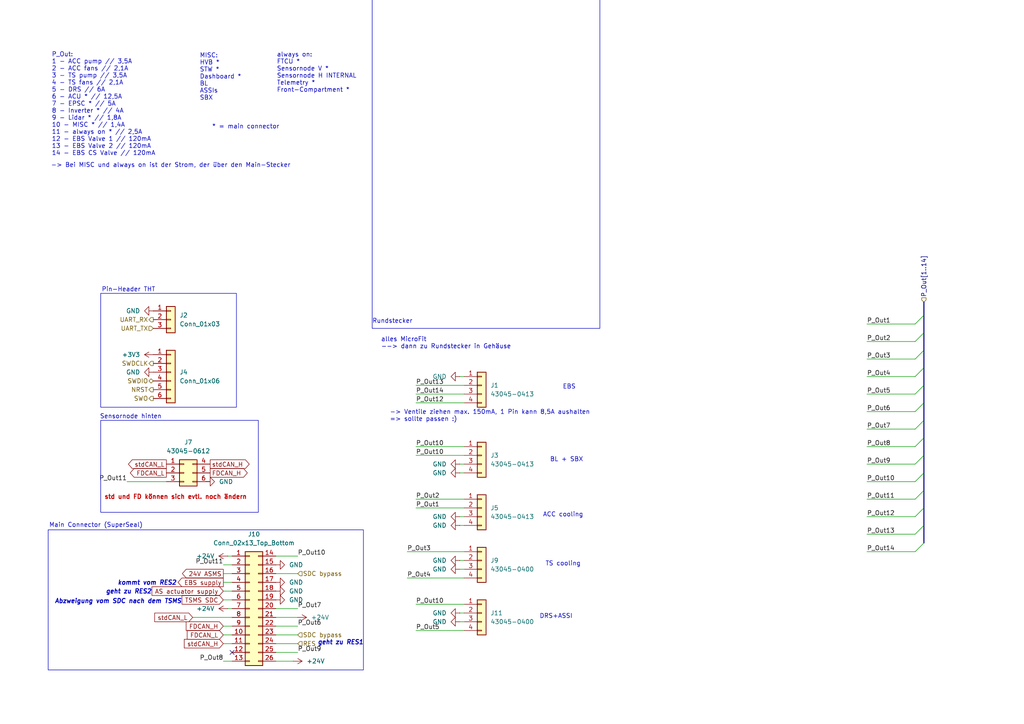
<source format=kicad_sch>
(kicad_sch (version 20231120) (generator "eeschema") (generator_version "8.0")
  (paper "A4")
  (title_block (title "PDU FT25") (date "2025-01-06") (rev "V1.1") (company "Janek Herm") (comment 1 "FaSTTUBe Electronics"))
  (lib_symbols
    (symbol "Connector_Generic:Conn_01x03" (pin_names (offset 1.016) hide)
      (property "Reference" "J" (at 0 5.08 0))
      (property "Value" "Conn_01x03" (at 0 -5.08 0))
      (symbol "Conn_01x03_1_1"
        (rectangle (start -1.27 -2.413) (end 0 -2.667) (stroke (width 0.1524)))
        (rectangle (start -1.27 0.127) (end 0 -0.127) (stroke (width 0.1524)))
        (rectangle (start -1.27 2.667) (end 0 2.413) (stroke (width 0.1524)))
        (rectangle (start -1.27 3.81) (end 1.27 -3.81) (stroke (width 0.254)) (fill (type background)))
        (pin passive line (at -5.08 2.54 0) (length 3.81) (name "Pin_1") (number "1"))
        (pin passive line (at -5.08 0 0) (length 3.81) (name "Pin_2") (number "2"))
        (pin passive line (at -5.08 -2.54 0) (length 3.81) (name "Pin_3") (number "3"))
      )
    )
    (symbol "Connector_Generic:Conn_01x04" (pin_names (offset 1.016) hide)
      (property "Reference" "J" (at 0 5.08 0))
      (property "Value" "Conn_01x04" (at 0 -7.62 0))
      (symbol "Conn_01x04_1_1"
        (rectangle (start -1.27 -4.953) (end 0 -5.207) (stroke (width 0.1524)))
        (rectangle (start -1.27 -2.413) (end 0 -2.667) (stroke (width 0.1524)))
        (rectangle (start -1.27 0.127) (end 0 -0.127) (stroke (width 0.1524)))
        (rectangle (start -1.27 2.667) (end 0 2.413) (stroke (width 0.1524)))
        (rectangle (start -1.27 3.81) (end 1.27 -6.35) (stroke (width 0.254)) (fill (type background)))
        (pin passive line (at -5.08 2.54 0) (length 3.81) (name "Pin_1") (number "1"))
        (pin passive line (at -5.08 0 0) (length 3.81) (name "Pin_2") (number "2"))
        (pin passive line (at -5.08 -2.54 0) (length 3.81) (name "Pin_3") (number "3"))
        (pin passive line (at -5.08 -5.08 0) (length 3.81) (name "Pin_4") (number "4"))
      )
    )
    (symbol "Connector_Generic:Conn_01x06" (pin_names (offset 1.016) hide)
      (property "Reference" "J" (at 0 7.62 0))
      (property "Value" "Conn_01x06" (at 0 -10.16 0))
      (symbol "Conn_01x06_1_1"
        (rectangle (start -1.27 -7.493) (end 0 -7.747) (stroke (width 0.1524)))
        (rectangle (start -1.27 -4.953) (end 0 -5.207) (stroke (width 0.1524)))
        (rectangle (start -1.27 -2.413) (end 0 -2.667) (stroke (width 0.1524)))
        (rectangle (start -1.27 0.127) (end 0 -0.127) (stroke (width 0.1524)))
        (rectangle (start -1.27 2.667) (end 0 2.413) (stroke (width 0.1524)))
        (rectangle (start -1.27 5.207) (end 0 4.953) (stroke (width 0.1524)))
        (rectangle (start -1.27 6.35) (end 1.27 -8.89) (stroke (width 0.254)) (fill (type background)))
        (pin passive line (at -5.08 5.08 0) (length 3.81) (name "Pin_1") (number "1"))
        (pin passive line (at -5.08 2.54 0) (length 3.81) (name "Pin_2") (number "2"))
        (pin passive line (at -5.08 0 0) (length 3.81) (name "Pin_3") (number "3"))
        (pin passive line (at -5.08 -2.54 0) (length 3.81) (name "Pin_4") (number "4"))
        (pin passive line (at -5.08 -5.08 0) (length 3.81) (name "Pin_5") (number "5"))
        (pin passive line (at -5.08 -7.62 0) (length 3.81) (name "Pin_6") (number "6"))
      )
    )
    (symbol "Connector_Generic:Conn_02x03_Top_Bottom" (pin_names (offset 1.016) hide)
      (property "Reference" "J" (at 1.27 5.08 0))
      (property "Value" "Conn_02x03_Top_Bottom" (at 1.27 -5.08 0))
      (symbol "Conn_02x03_Top_Bottom_1_1"
        (rectangle (start -1.27 -2.413) (end 0 -2.667) (stroke (width 0.1524)))
        (rectangle (start -1.27 0.127) (end 0 -0.127) (stroke (width 0.1524)))
        (rectangle (start -1.27 2.667) (end 0 2.413) (stroke (width 0.1524)))
        (rectangle (start -1.27 3.81) (end 3.81 -3.81) (stroke (width 0.254)) (fill (type background)))
        (rectangle (start 3.81 -2.413) (end 2.54 -2.667) (stroke (width 0.1524)))
        (rectangle (start 3.81 0.127) (end 2.54 -0.127) (stroke (width 0.1524)))
        (rectangle (start 3.81 2.667) (end 2.54 2.413) (stroke (width 0.1524)))
        (pin passive line (at -5.08 2.54 0) (length 3.81) (name "Pin_1") (number "1"))
        (pin passive line (at -5.08 0 0) (length 3.81) (name "Pin_2") (number "2"))
        (pin passive line (at -5.08 -2.54 0) (length 3.81) (name "Pin_3") (number "3"))
        (pin passive line (at 7.62 2.54 180) (length 3.81) (name "Pin_4") (number "4"))
        (pin passive line (at 7.62 0 180) (length 3.81) (name "Pin_5") (number "5"))
        (pin passive line (at 7.62 -2.54 180) (length 3.81) (name "Pin_6") (number "6"))
      )
    )
    (symbol "Connector_Generic:Conn_02x13_Top_Bottom" (pin_names (offset 1.016) hide)
      (property "Reference" "J" (at 1.27 17.78 0))
      (property "Value" "Conn_02x13_Top_Bottom" (at 1.27 -17.78 0))
      (symbol "Conn_02x13_Top_Bottom_1_1"
        (rectangle (start -1.27 -15.113) (end 0 -15.367) (stroke (width 0.1524)))
        (rectangle (start -1.27 -12.573) (end 0 -12.827) (stroke (width 0.1524)))
        (rectangle (start -1.27 -10.033) (end 0 -10.287) (stroke (width 0.1524)))
        (rectangle (start -1.27 -7.493) (end 0 -7.747) (stroke (width 0.1524)))
        (rectangle (start -1.27 -4.953) (end 0 -5.207) (stroke (width 0.1524)))
        (rectangle (start -1.27 -2.413) (end 0 -2.667) (stroke (width 0.1524)))
        (rectangle (start -1.27 0.127) (end 0 -0.127) (stroke (width 0.1524)))
        (rectangle (start -1.27 2.667) (end 0 2.413) (stroke (width 0.1524)))
        (rectangle (start -1.27 5.207) (end 0 4.953) (stroke (width 0.1524)))
        (rectangle (start -1.27 7.747) (end 0 7.493) (stroke (width 0.1524)))
        (rectangle (start -1.27 10.287) (end 0 10.033) (stroke (width 0.1524)))
        (rectangle (start -1.27 12.827) (end 0 12.573) (stroke (width 0.1524)))
        (rectangle (start -1.27 15.367) (end 0 15.113) (stroke (width 0.1524)))
        (rectangle (start -1.27 16.51) (end 3.81 -16.51) (stroke (width 0.254)) (fill (type background)))
        (rectangle (start 3.81 -15.113) (end 2.54 -15.367) (stroke (width 0.1524)))
        (rectangle (start 3.81 -12.573) (end 2.54 -12.827) (stroke (width 0.1524)))
        (rectangle (start 3.81 -10.033) (end 2.54 -10.287) (stroke (width 0.1524)))
        (rectangle (start 3.81 -7.493) (end 2.54 -7.747) (stroke (width 0.1524)))
        (rectangle (start 3.81 -4.953) (end 2.54 -5.207) (stroke (width 0.1524)))
        (rectangle (start 3.81 -2.413) (end 2.54 -2.667) (stroke (width 0.1524)))
        (rectangle (start 3.81 0.127) (end 2.54 -0.127) (stroke (width 0.1524)))
        (rectangle (start 3.81 2.667) (end 2.54 2.413) (stroke (width 0.1524)))
        (rectangle (start 3.81 5.207) (end 2.54 4.953) (stroke (width 0.1524)))
        (rectangle (start 3.81 7.747) (end 2.54 7.493) (stroke (width 0.1524)))
        (rectangle (start 3.81 10.287) (end 2.54 10.033) (stroke (width 0.1524)))
        (rectangle (start 3.81 12.827) (end 2.54 12.573) (stroke (width 0.1524)))
        (rectangle (start 3.81 15.367) (end 2.54 15.113) (stroke (width 0.1524)))
        (pin passive line (at -5.08 15.24 0) (length 3.81) (name "Pin_1") (number "1"))
        (pin passive line (at -5.08 -7.62 0) (length 3.81) (name "Pin_10") (number "10"))
        (pin passive line (at -5.08 -10.16 0) (length 3.81) (name "Pin_11") (number "11"))
        (pin passive line (at -5.08 -12.7 0) (length 3.81) (name "Pin_12") (number "12"))
        (pin passive line (at -5.08 -15.24 0) (length 3.81) (name "Pin_13") (number "13"))
        (pin passive line (at 7.62 15.24 180) (length 3.81) (name "Pin_14") (number "14"))
        (pin passive line (at 7.62 12.7 180) (length 3.81) (name "Pin_15") (number "15"))
        (pin passive line (at 7.62 10.16 180) (length 3.81) (name "Pin_16") (number "16"))
        (pin passive line (at 7.62 7.62 180) (length 3.81) (name "Pin_17") (number "17"))
        (pin passive line (at 7.62 5.08 180) (length 3.81) (name "Pin_18") (number "18"))
        (pin passive line (at 7.62 2.54 180) (length 3.81) (name "Pin_19") (number "19"))
        (pin passive line (at -5.08 12.7 0) (length 3.81) (name "Pin_2") (number "2"))
        (pin passive line (at 7.62 0 180) (length 3.81) (name "Pin_20") (number "20"))
        (pin passive line (at 7.62 -2.54 180) (length 3.81) (name "Pin_21") (number "21"))
        (pin passive line (at 7.62 -5.08 180) (length 3.81) (name "Pin_22") (number "22"))
        (pin passive line (at 7.62 -7.62 180) (length 3.81) (name "Pin_23") (number "23"))
        (pin passive line (at 7.62 -10.16 180) (length 3.81) (name "Pin_24") (number "24"))
        (pin passive line (at 7.62 -12.7 180) (length 3.81) (name "Pin_25") (number "25"))
        (pin passive line (at 7.62 -15.24 180) (length 3.81) (name "Pin_26") (number "26"))
        (pin passive line (at -5.08 10.16 0) (length 3.81) (name "Pin_3") (number "3"))
        (pin passive line (at -5.08 7.62 0) (length 3.81) (name "Pin_4") (number "4"))
        (pin passive line (at -5.08 5.08 0) (length 3.81) (name "Pin_5") (number "5"))
        (pin passive line (at -5.08 2.54 0) (length 3.81) (name "Pin_6") (number "6"))
        (pin passive line (at -5.08 0 0) (length 3.81) (name "Pin_7") (number "7"))
        (pin passive line (at -5.08 -2.54 0) (length 3.81) (name "Pin_8") (number "8"))
        (pin passive line (at -5.08 -5.08 0) (length 3.81) (name "Pin_9") (number "9"))
      )
    )
    (symbol "power:+24V" (power) (pin_numbers hide) (pin_names (offset 0) hide)
      (property "Value" "+24V" (at 0 3.556 0))
      (symbol "+24V_0_1"
        (polyline (pts (xy -0.762 1.27) (xy 0 2.54)))
        (polyline (pts (xy 0 0) (xy 0 2.54)))
        (polyline (pts (xy 0 2.54) (xy 0.762 1.27)))
      )
      (symbol "+24V_1_1"
        (pin power_in line (at 0 0 90) (length 0) (name "~") (number "1"))
      )
    )
    (symbol "power:+3.3V" (power) (pin_numbers hide) (pin_names (offset 0) hide)
      (property "Value" "+3.3V" (at 0 3.556 0))
      (symbol "+3.3V_0_1"
        (polyline (pts (xy -0.762 1.27) (xy 0 2.54)))
        (polyline (pts (xy 0 0) (xy 0 2.54)))
        (polyline (pts (xy 0 2.54) (xy 0.762 1.27)))
      )
      (symbol "+3.3V_1_1"
        (pin power_in line (at 0 0 90) (length 0) (name "~") (number "1"))
      )
    )
    (symbol "power:GND" (power) (pin_numbers hide) (pin_names (offset 0) hide)
      (property "Value" "GND" (at 0 -3.81 0))
      (symbol "GND_0_1"
        (polyline (pts (xy 0 0) (xy 0 -1.27) (xy 1.27 -1.27) (xy 0 -2.54) (xy -1.27 -1.27) (xy 0 -1.27)))
      )
      (symbol "GND_1_1"
        (pin power_in line (at 0 0 270) (length 0) (name "~") (number "1"))
      )
    )
  )
  (no_connect (at 67.31 189.23))
  (bus_entry (at 265.43 109.22) (size 2.54 -2.54))
  (bus_entry (at 265.43 99.06) (size 2.54 -2.54))
  (bus_entry (at 265.43 160.02) (size 2.54 -2.54))
  (bus_entry (at 265.43 129.54) (size 2.54 -2.54))
  (bus_entry (at 265.43 134.62) (size 2.54 -2.54))
  (bus_entry (at 265.43 119.38) (size 2.54 -2.54))
  (bus_entry (at 265.43 93.98) (size 2.54 -2.54))
  (bus_entry (at 265.43 114.3) (size 2.54 -2.54))
  (bus_entry (at 265.43 139.7) (size 2.54 -2.54))
  (bus_entry (at 265.43 149.86) (size 2.54 -2.54))
  (bus_entry (at 265.43 104.14) (size 2.54 -2.54))
  (bus_entry (at 265.43 144.78) (size 2.54 -2.54))
  (bus_entry (at 265.43 154.94) (size 2.54 -2.54))
  (bus_entry (at 265.43 124.46) (size 2.54 -2.54))
  (wire (pts (xy 251.46 149.86) (xy 265.43 149.86)))
  (wire (pts (xy 80.01 161.29) (xy 86.36 161.29)))
  (wire (pts (xy 120.65 144.78) (xy 134.62 144.78)))
  (bus (pts (xy 267.97 142.24) (xy 267.97 147.32)))
  (bus (pts (xy 267.97 121.92) (xy 267.97 127)))
  (wire (pts (xy 120.65 111.76) (xy 134.62 111.76)))
  (wire (pts (xy 251.46 154.94) (xy 265.43 154.94)))
  (wire (pts (xy 85.09 191.77) (xy 80.01 191.77)))
  (wire (pts (xy 64.77 173.99) (xy 67.31 173.99)))
  (wire (pts (xy 120.65 114.3) (xy 134.62 114.3)))
  (bus (pts (xy 267.97 127) (xy 267.97 132.08)))
  (wire (pts (xy 118.11 167.64) (xy 134.62 167.64)))
  (wire (pts (xy 251.46 134.62) (xy 265.43 134.62)))
  (wire (pts (xy 55.88 179.07) (xy 67.31 179.07)))
  (wire (pts (xy 67.31 171.45) (xy 64.77 171.45)))
  (wire (pts (xy 251.46 160.02) (xy 265.43 160.02)))
  (bus (pts (xy 267.97 147.32) (xy 267.97 152.4)))
  (wire (pts (xy 67.31 163.83) (xy 64.77 163.83)))
  (wire (pts (xy 251.46 129.54) (xy 265.43 129.54)))
  (bus (pts (xy 267.97 116.84) (xy 267.97 121.92)))
  (wire (pts (xy 251.46 139.7) (xy 265.43 139.7)))
  (wire (pts (xy 251.46 119.38) (xy 265.43 119.38)))
  (wire (pts (xy 251.46 114.3) (xy 265.43 114.3)))
  (wire (pts (xy 133.35 165.1) (xy 134.62 165.1)))
  (wire (pts (xy 86.36 179.07) (xy 80.01 179.07)))
  (bus (pts (xy 267.97 101.6) (xy 267.97 106.68)))
  (wire (pts (xy 251.46 99.06) (xy 265.43 99.06)))
  (wire (pts (xy 251.46 124.46) (xy 265.43 124.46)))
  (bus (pts (xy 267.97 137.16) (xy 267.97 142.24)))
  (bus (pts (xy 267.97 111.76) (xy 267.97 116.84)))
  (wire (pts (xy 133.35 134.62) (xy 134.62 134.62)))
  (wire (pts (xy 80.01 184.15) (xy 86.36 184.15)))
  (wire (pts (xy 133.35 162.56) (xy 134.62 162.56)))
  (wire (pts (xy 120.65 147.32) (xy 134.62 147.32)))
  (wire (pts (xy 251.46 109.22) (xy 265.43 109.22)))
  (wire (pts (xy 120.65 175.26) (xy 134.62 175.26)))
  (wire (pts (xy 66.04 176.53) (xy 67.31 176.53)))
  (wire (pts (xy 67.31 191.77) (xy 64.77 191.77)))
  (wire (pts (xy 64.77 168.91) (xy 67.31 168.91)))
  (bus (pts (xy 267.97 87.63) (xy 267.97 91.44)))
  (bus (pts (xy 267.97 152.4) (xy 267.97 157.48)))
  (bus (pts (xy 267.97 91.44) (xy 267.97 96.52)))
  (wire (pts (xy 251.46 104.14) (xy 265.43 104.14)))
  (wire (pts (xy 133.35 177.8) (xy 134.62 177.8)))
  (wire (pts (xy 134.62 132.08) (xy 120.65 132.08)))
  (wire (pts (xy 80.01 176.53) (xy 86.36 176.53)))
  (bus (pts (xy 267.97 96.52) (xy 267.97 101.6)))
  (wire (pts (xy 133.35 180.34) (xy 134.62 180.34)))
  (wire (pts (xy 36.83 139.7) (xy 48.26 139.7)))
  (wire (pts (xy 133.35 152.4) (xy 134.62 152.4)))
  (wire (pts (xy 64.77 166.37) (xy 67.31 166.37)))
  (wire (pts (xy 64.77 186.69) (xy 67.31 186.69)))
  (wire (pts (xy 80.01 181.61) (xy 86.36 181.61)))
  (bus (pts (xy 267.97 106.68) (xy 267.97 111.76)))
  (wire (pts (xy 251.46 144.78) (xy 265.43 144.78)))
  (wire (pts (xy 66.04 161.29) (xy 67.31 161.29)))
  (wire (pts (xy 80.01 189.23) (xy 86.36 189.23)))
  (wire (pts (xy 64.77 184.15) (xy 67.31 184.15)))
  (wire (pts (xy 80.01 166.37) (xy 86.36 166.37)))
  (wire (pts (xy 120.65 129.54) (xy 134.62 129.54)))
  (bus (pts (xy 267.97 132.08) (xy 267.97 137.16)))
  (wire (pts (xy 120.65 182.88) (xy 134.62 182.88)))
  (wire (pts (xy 133.35 109.22) (xy 134.62 109.22)))
  (wire (pts (xy 133.35 137.16) (xy 134.62 137.16)))
  (wire (pts (xy 251.46 93.98) (xy 265.43 93.98)))
  (wire (pts (xy 80.01 186.69) (xy 86.36 186.69)))
  (wire (pts (xy 120.65 116.84) (xy 134.62 116.84)))
  (wire (pts (xy 118.11 160.02) (xy 134.62 160.02)))
  (wire (pts (xy 133.35 149.86) (xy 134.62 149.86)))
  (wire (pts (xy 64.77 181.61) (xy 67.31 181.61)))
  (wire (pts (xy 59.69 139.7) (xy 60.96 139.7)))
  (rectangle (start 29.21 85.09) (end 68.58 118.11))
  (rectangle (start 107.95 95.25) (end 173.99 -3.81))
  (rectangle (start 13.97 153.67) (end 105.41 194.31))
  (rectangle (start 29.21 121.92) (end 74.93 148.59))
  (text "* = main connector" (at 61.468 36.83 0) (effects (font (size 1.27 1.27)) (justify left)))
  (text "DRS+ASSI" (at 161.29 178.816 0) (effects (font (size 1.27 1.27))))
  (text "Pin-Header THT" (at 29.464 84.074 0) (effects (font (size 1.27 1.27)) (justify left)))
  (text "kommt vom RES2" (at 42.672 169.164 0) (effects (font (size 1.27 1.27) (thickness 0.254) (bold yes) (italic yes))))
  (text "Abzweigung vom SDC nach dem TSMS" (at 34.29 174.498 0) (effects (font (size 1.27 1.27) (thickness 0.254) (bold yes) (italic yes))))
  (text "alles MicroFit\n--> dann zu Rundstecker in Gehäuse" (at 110.49 99.568 0) (effects (font (size 1.27 1.27) (thickness 0.1588)) (justify left)))
  (text "Sensornode hinten" (at 28.956 120.904 0) (effects (font (size 1.27 1.27)) (justify left)))
  (text "Rundstecker" (at 107.95 93.218 0) (effects (font (size 1.27 1.27)) (justify left)))
  (text "Main Connector (SuperSeal)" (at 14.224 152.4 0) (effects (font (size 1.27 1.27)) (justify left)))
  (text "-> Ventile ziehen max. 150mA, 1 Pin kann 8,5A aushalten \n=> sollte passen :)" (at 113.03 120.65 0) (effects (font (size 1.27 1.27)) (justify left)))
  (text "EBS" (at 165.1 112.268 0) (effects (font (size 1.27 1.27))))
  (text "MISC:\nHVB *\nSTW *\nDashboard *\nBL\nASSIs\nSBX" (at 57.912 22.352 0) (effects (font (size 1.27 1.27)) (justify left)))
  (text "-> Bei MISC und always on ist der Strom, der über den Main-Stecker" (at 49.53 48.006 0) (effects (font (size 1.27 1.27))))
  (text "TS cooling" (at 163.322 163.576 0) (effects (font (size 1.27 1.27))))
  (text "std und FD können sich evtl. noch ändern" (at 30.226 144.272 0) (effects (font (size 1.27 1.27) (thickness 0.254) (bold yes)) (justify left)))
  (text "geht zu RES2" (at 37.338 171.704 0) (effects (font (size 1.27 1.27) (thickness 0.254) (bold yes) (italic yes))))
  (text "P_Out:\n1 - ACC pump // 3,5A\n2 - ACC fans // 2,1A\n3 - TS pump // 3,5A\n4 - TS fans // 2,1A\n5 - DRS // 6A\n6 - ACU * // 12,5A\n7 - EPSC * // 5A\n8 - Inverter * // 4A\n9 - Lidar * // 1,8A\n10 - MISC * // 1,4A\n11 - always on * // 2,5A\n12 - EBS Valve 1 // 120mA\n13 - EBS Valve 2 // 120mA\n14 - EBS CS Valve // 120mA" (at 14.986 30.226 0) (effects (font (size 1.27 1.27)) (justify left)))
  (text "BL + SBX" (at 164.338 133.35 0) (effects (font (size 1.27 1.27))))
  (text "geht zu RES1" (at 98.806 186.436 0) (effects (font (size 1.27 1.27) (thickness 0.254) (bold yes) (italic yes))))
  (text "ACC cooling" (at 163.322 149.352 0) (effects (font (size 1.27 1.27))))
  (text "always on:\nFTCU *\nSensornode V *\nSensornode H INTERNAL\nTelemetry * \nFront-Compartment *" (at 80.264 21.082 0) (effects (font (size 1.27 1.27)) (justify left)))
  (label "P_Out10" (at 251.46 139.7 0))
  (label "P_Out7" (at 86.36 176.53 0))
  (label "P_Out3" (at 251.46 104.14 0))
  (label "P_Out1" (at 251.46 93.98 0))
  (label "P_Out8" (at 251.46 129.54 0))
  (label "P_Out13" (at 251.46 154.94 0))
  (label "P_Out5" (at 120.65 182.88 0))
  (label "P_Out1" (at 120.65 147.32 0))
  (label "P_Out10" (at 86.36 161.29 0))
  (label "P_Out9" (at 251.46 134.62 0))
  (label "P_Out10" (at 120.65 129.54 0))
  (label "P_Out11" (at 251.46 144.78 0))
  (label "P_Out5" (at 251.46 114.3 0))
  (label "P_Out9" (at 86.36 189.23 0))
  (label "P_Out12" (at 251.46 149.86 0))
  (label "P_Out2" (at 251.46 99.06 0))
  (label "P_Out12" (at 120.65 116.84 0))
  (label "P_Out11" (at 36.83 139.7 180))
  (label "P_Out8" (at 64.77 191.77 180))
  (label "P_Out11" (at 64.77 163.83 180))
  (label "P_Out14" (at 120.65 114.3 0))
  (label "P_Out4" (at 118.11 167.64 0))
  (label "P_Out6" (at 86.36 181.61 0))
  (label "P_Out7" (at 251.46 124.46 0))
  (label "P_Out2" (at 120.65 144.78 0))
  (label "P_Out10" (at 120.65 132.08 0))
  (label "P_Out10" (at 120.65 175.26 0))
  (label "P_Out3" (at 118.11 160.02 0))
  (label "P_Out13" (at 120.65 111.76 0))
  (label "P_Out14" (at 251.46 160.02 0))
  (label "P_Out4" (at 251.46 109.22 0))
  (label "P_Out6" (at 251.46 119.38 0))
  (global_label "TSMS SDC" (shape input) (at 64.77 173.99 180) (property "Intersheetrefs" "${INTERSHEET_REFS}" (effects (hide yes))))
  (global_label "stdCAN_H" (shape output) (at 60.96 134.62 0) (property "Intersheetrefs" "${INTERSHEET_REFS}" (effects (hide yes))))
  (global_label "FDCAN_H" (shape output) (at 60.96 137.16 0) (property "Intersheetrefs" "${INTERSHEET_REFS}" (effects (hide yes))))
  (global_label "stdCAN_L" (shape input) (at 55.88 179.07 180) (property "Intersheetrefs" "${INTERSHEET_REFS}" (effects (hide yes))))
  (global_label "FDCAN_L" (shape output) (at 48.26 137.16 180) (property "Intersheetrefs" "${INTERSHEET_REFS}" (effects (hide yes))))
  (global_label "FDCAN_L" (shape input) (at 64.77 184.15 180) (property "Intersheetrefs" "${INTERSHEET_REFS}" (effects (hide yes))))
  (global_label "stdCAN_H" (shape input) (at 64.77 186.69 180) (property "Intersheetrefs" "${INTERSHEET_REFS}" (effects (hide yes))))
  (global_label "EBS supply" (shape output) (at 64.77 168.91 180) (property "Intersheetrefs" "${INTERSHEET_REFS}" (effects (hide yes))))
  (global_label "24V ASMS" (shape output) (at 64.77 166.37 180) (property "Intersheetrefs" "${INTERSHEET_REFS}" (effects (hide yes))))
  (global_label "stdCAN_L" (shape output) (at 48.26 134.62 180) (property "Intersheetrefs" "${INTERSHEET_REFS}" (effects (hide yes))))
  (global_label "FDCAN_H" (shape input) (at 64.77 181.61 180) (property "Intersheetrefs" "${INTERSHEET_REFS}" (effects (hide yes))))
  (global_label "AS actuator supply" (shape input) (at 64.77 171.45 180) (property "Intersheetrefs" "${INTERSHEET_REFS}" (effects (hide yes))))
  (hierarchical_label "P_Out[1..14]" (shape input) (at 267.97 87.63 90) (effects (font (thickness 0.1588))))
  (hierarchical_label "SWDIO" (shape bidirectional) (at 44.45 110.49 180) (effects (font (thickness 0.1588))))
  (hierarchical_label "SWO" (shape output) (at 44.45 115.57 180))
  (hierarchical_label "RES" (shape input) (at 86.36 186.69 0))
  (hierarchical_label "UART_TX" (shape input) (at 44.45 95.25 180))
  (hierarchical_label "SDC bypass" (shape input) (at 86.36 166.37 0))
  (hierarchical_label "NRST" (shape output) (at 44.45 113.03 180) (effects (font (thickness 0.1588))))
  (hierarchical_label "SWDCLK" (shape output) (at 44.45 105.41 180))
  (hierarchical_label "UART_RX" (shape output) (at 44.45 92.71 180))
  (hierarchical_label "SDC bypass" (shape input) (at 86.36 184.15 0))
  (symbol (lib_id "Connector_Generic:Conn_01x04") (at 139.7 111.76 0) (unit 1)
    (property "Reference" "J1" (at 142.24 111.7599 0) (effects (justify left)))
    (property "Value" "43045-0413" (at 142.24 114.2999 0) (effects (justify left)))
    (property "Footprint" "Connector_Molex:Molex_Micro-Fit_3.0_43045-0412_2x02_P3.00mm_Vertical" (effects (hide yes)))
    (property "Description" "Generic connector, single row, 01x04, script generated (kicad-library-utils/schlib/autogen/connector/)" (effects (hide yes)))
  )
  (symbol (lib_id "power:GND") (at 133.35 177.8 270) (mirror x) (unit 1)
    (property "Reference" "#PWR0215" (effects (hide yes)))
    (property "Value" "GND" (at 129.54 177.7999 90) (effects (justify right)))
    (property "Description" "Power symbol creates a global label with name \"GND\" , ground" (effects (hide yes)))
  )
  (symbol (lib_id "power:+3.3V") (at 44.45 102.87 90) (unit 1)
    (property "Reference" "#PWR035" (effects (hide yes)))
    (property "Value" "+3V3" (at 40.64 102.8699 90) (effects (justify left)))
    (property "Description" "Power symbol creates a global label with name \"+3.3V\"" (effects (hide yes)))
  )
  (symbol (lib_id "power:GND") (at 133.35 180.34 270) (unit 1)
    (property "Reference" "#PWR0214" (effects (hide yes)))
    (property "Value" "GND" (at 129.54 180.3401 90) (effects (justify right)))
    (property "Description" "Power symbol creates a global label with name \"GND\" , ground" (effects (hide yes)))
  )
  (symbol (lib_id "power:GND") (at 133.35 134.62 270) (mirror x) (unit 1)
    (property "Reference" "#PWR0221" (effects (hide yes)))
    (property "Value" "GND" (at 129.54 134.6199 90) (effects (justify right)))
    (property "Description" "Power symbol creates a global label with name \"GND\" , ground" (effects (hide yes)))
  )
  (symbol (lib_id "power:+24V") (at 66.04 176.53 90) (mirror x) (unit 1)
    (property "Reference" "#PWR0196" (effects (hide yes)))
    (property "Value" "+24V" (at 62.23 176.5301 90) (effects (justify left)))
    (property "Description" "Power symbol creates a global label with name \"+24V\"" (effects (hide yes)))
  )
  (symbol (lib_id "power:GND") (at 80.01 173.99 90) (unit 1)
    (property "Reference" "#PWR045" (effects (hide yes)))
    (property "Value" "GND" (at 83.82 173.9899 90) (effects (justify right)))
    (property "Description" "Power symbol creates a global label with name \"GND\" , ground" (effects (hide yes)))
  )
  (symbol (lib_id "power:GND") (at 44.45 90.17 270) (unit 1)
    (property "Reference" "#PWR034" (effects (hide yes)))
    (property "Value" "GND" (at 40.64 90.1699 90) (effects (justify right)))
    (property "Description" "Power symbol creates a global label with name \"GND\" , ground" (effects (hide yes)))
  )
  (symbol (lib_id "Connector_Generic:Conn_01x04") (at 139.7 132.08 0) (unit 1)
    (property "Reference" "J3" (at 142.24 132.0799 0) (effects (justify left)))
    (property "Value" "43045-0413" (at 142.24 134.6199 0) (effects (justify left)))
    (property "Footprint" "Connector_Molex:Molex_Micro-Fit_3.0_43045-0412_2x02_P3.00mm_Vertical" (effects (hide yes)))
    (property "Description" "Generic connector, single row, 01x04, script generated (kicad-library-utils/schlib/autogen/connector/)" (effects (hide yes)))
  )
  (symbol (lib_id "power:GND") (at 80.01 171.45 90) (unit 1)
    (property "Reference" "#PWR0213" (effects (hide yes)))
    (property "Value" "GND" (at 83.82 171.4499 90) (effects (justify right)))
    (property "Description" "Power symbol creates a global label with name \"GND\" , ground" (effects (hide yes)))
  )
  (symbol (lib_id "power:GND") (at 133.35 149.86 270) (unit 1)
    (property "Reference" "#PWR0219" (effects (hide yes)))
    (property "Value" "GND" (at 129.54 149.8601 90) (effects (justify right)))
    (property "Description" "Power symbol creates a global label with name \"GND\" , ground" (effects (hide yes)))
  )
  (symbol (lib_id "power:GND") (at 80.01 163.83 90) (mirror x) (unit 1)
    (property "Reference" "#PWR0195" (effects (hide yes)))
    (property "Value" "GND" (at 83.82 163.8301 90) (effects (justify right)))
    (property "Description" "Power symbol creates a global label with name \"GND\" , ground" (effects (hide yes)))
  )
  (symbol (lib_id "Connector_Generic:Conn_01x06") (at 49.53 107.95 0) (unit 1)
    (property "Reference" "J4" (at 52.07 107.9499 0) (effects (justify left)))
    (property "Value" "Conn_01x06" (at 52.07 110.4899 0) (effects (justify left)))
    (property "Footprint" "Connector_PinHeader_2.54mm:PinHeader_1x06_P2.54mm_Vertical" (effects (hide yes)))
    (property "Description" "Generic connector, single row, 01x06, script generated (kicad-library-utils/schlib/autogen/connector/)" (effects (hide yes)))
  )
  (symbol (lib_id "power:+24V") (at 85.09 191.77 270) (unit 1)
    (property "Reference" "#PWR044" (effects (hide yes)))
    (property "Value" "+24V" (at 88.9 191.7701 90) (effects (justify left)))
    (property "Description" "Power symbol creates a global label with name \"+24V\"" (effects (hide yes)))
  )
  (symbol (lib_id "Connector_Generic:Conn_01x04") (at 139.7 177.8 0) (unit 1)
    (property "Reference" "J11" (at 142.24 177.7999 0) (effects (justify left)))
    (property "Value" "43045-0400" (at 142.24 180.3399 0) (effects (justify left)))
    (property "Footprint" "43045-0400:43045-04_00,01,02,10_" (effects (hide yes)))
    (property "Description" "Generic connector, single row, 01x04, script generated (kicad-library-utils/schlib/autogen/connector/)" (effects (hide yes)))
  )
  (symbol (lib_id "power:+24V") (at 66.04 161.29 90) (unit 1)
    (property "Reference" "#PWR0156" (effects (hide yes)))
    (property "Value" "+24V" (at 62.23 161.2899 90) (effects (justify left)))
    (property "Description" "Power symbol creates a global label with name \"+24V\"" (effects (hide yes)))
  )
  (symbol (lib_id "Connector_Generic:Conn_02x13_Top_Bottom") (at 72.39 176.53 0) (unit 1)
    (property "Reference" "J10" (at 73.66 154.94 0))
    (property "Value" "Conn_02x13_Top_Bottom" (at 73.66 157.48 0))
    (property "Footprint" "6437288-4:64372884" (effects (hide yes)))
    (property "Description" "Generic connector, double row, 02x13, top/bottom pin numbering scheme (row 1: 1...pins_per_row, row2: pins_per_row+1 ... num_pins), script generated (kicad-library-utils/schlib/autogen/connector/)" (effects (hide yes)))
  )
  (symbol (lib_id "power:GND") (at 133.35 162.56 270) (mirror x) (unit 1)
    (property "Reference" "#PWR0217" (effects (hide yes)))
    (property "Value" "GND" (at 129.54 162.5599 90) (effects (justify right)))
    (property "Description" "Power symbol creates a global label with name \"GND\" , ground" (effects (hide yes)))
  )
  (symbol (lib_id "power:GND") (at 80.01 168.91 90) (unit 1)
    (property "Reference" "#PWR0205" (effects (hide yes)))
    (property "Value" "GND" (at 83.82 168.9099 90) (effects (justify right)))
    (property "Description" "Power symbol creates a global label with name \"GND\" , ground" (effects (hide yes)))
  )
  (symbol (lib_id "Connector_Generic:Conn_01x04") (at 139.7 162.56 0) (unit 1)
    (property "Reference" "J9" (at 142.24 162.5599 0) (effects (justify left)))
    (property "Value" "43045-0400" (at 142.24 165.0999 0) (effects (justify left)))
    (property "Footprint" "43045-0400:43045-04_00,01,02,10_" (effects (hide yes)))
    (property "Description" "Generic connector, single row, 01x04, script generated (kicad-library-utils/schlib/autogen/connector/)" (effects (hide yes)))
  )
  (symbol (lib_id "Connector_Generic:Conn_01x04") (at 139.7 147.32 0) (unit 1)
    (property "Reference" "J5" (at 142.24 147.3199 0) (effects (justify left)))
    (property "Value" "43045-0413" (at 142.24 149.8599 0) (effects (justify left)))
    (property "Footprint" "Connector_Molex:Molex_Micro-Fit_3.0_43045-0412_2x02_P3.00mm_Vertical" (effects (hide yes)))
    (property "Description" "Generic connector, single row, 01x04, script generated (kicad-library-utils/schlib/autogen/connector/)" (effects (hide yes)))
  )
  (symbol (lib_id "power:+24V") (at 86.36 179.07 270) (unit 1)
    (property "Reference" "#PWR0206" (effects (hide yes)))
    (property "Value" "+24V" (at 90.17 179.0701 90) (effects (justify left)))
    (property "Description" "Power symbol creates a global label with name \"+24V\"" (effects (hide yes)))
  )
  (symbol (lib_id "Connector_Generic:Conn_02x03_Top_Bottom") (at 53.34 137.16 0) (unit 1)
    (property "Reference" "J7" (at 54.61 128.27 0))
    (property "Value" "43045-0612" (at 54.61 130.81 0))
    (property "Footprint" "Connector_Molex:Molex_Micro-Fit_3.0_43045-0612_2x03_P3.00mm_Vertical" (effects (hide yes)))
    (property "Description" "Generic connector, double row, 02x03, top/bottom pin numbering scheme (row 1: 1...pins_per_row, row2: pins_per_row+1 ... num_pins), script generated (kicad-library-utils/schlib/autogen/connector/)" (effects (hide yes)))
  )
  (symbol (lib_id "power:GND") (at 133.35 137.16 270) (mirror x) (unit 1)
    (property "Reference" "#PWR0220" (effects (hide yes)))
    (property "Value" "GND" (at 129.54 137.1599 90) (effects (justify right)))
    (property "Description" "Power symbol creates a global label with name \"GND\" , ground" (effects (hide yes)))
  )
  (symbol (lib_id "power:GND") (at 59.69 139.7 90) (unit 1)
    (property "Reference" "#PWR040" (effects (hide yes)))
    (property "Value" "GND" (at 63.5 139.6999 90) (effects (justify right)))
    (property "Description" "Power symbol creates a global label with name \"GND\" , ground" (effects (hide yes)))
  )
  (symbol (lib_id "power:GND") (at 133.35 165.1 270) (mirror x) (unit 1)
    (property "Reference" "#PWR0216" (effects (hide yes)))
    (property "Value" "GND" (at 129.54 165.0999 90) (effects (justify right)))
    (property "Description" "Power symbol creates a global label with name \"GND\" , ground" (effects (hide yes)))
  )
  (symbol (lib_id "Connector_Generic:Conn_01x03") (at 49.53 92.71 0) (unit 1)
    (property "Reference" "J2" (at 52.07 91.4399 0) (effects (justify left)))
    (property "Value" "Conn_01x03" (at 52.07 93.9799 0) (effects (justify left)))
    (property "Footprint" "Connector_PinHeader_2.54mm:PinHeader_1x03_P2.54mm_Vertical" (effects (hide yes)))
    (property "Description" "Generic connector, single row, 01x03, script generated (kicad-library-utils/schlib/autogen/connector/)" (effects (hide yes)))
  )
  (symbol (lib_id "power:GND") (at 44.45 107.95 270) (unit 1)
    (property "Reference" "#PWR037" (effects (hide yes)))
    (property "Value" "GND" (at 40.64 107.9499 90) (effects (justify right)))
    (property "Description" "Power symbol creates a global label with name \"GND\" , ground" (effects (hide yes)))
  )
  (symbol (lib_id "power:GND") (at 133.35 109.22 270) (mirror x) (unit 1)
    (property "Reference" "#PWR0222" (effects (hide yes)))
    (property "Value" "GND" (at 129.54 109.2199 90) (effects (justify right)))
    (property "Description" "Power symbol creates a global label with name \"GND\" , ground" (effects (hide yes)))
  )
  (symbol (lib_id "power:GND") (at 133.35 152.4 270) (mirror x) (unit 1)
    (property "Reference" "#PWR0218" (effects (hide yes)))
    (property "Value" "GND" (at 129.54 152.3999 90) (effects (justify right)))
    (property "Description" "Power symbol creates a global label with name \"GND\" , ground" (effects (hide yes)))
  )
)
</source>
